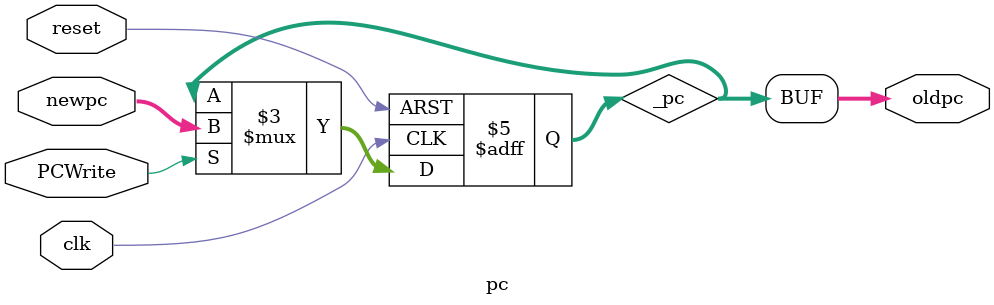
<source format=v>
module pc(
    input [31:0] newpc,
    input clk,
    input reset,
    input PCWrite,
    output [31:0] oldpc
    );
	reg [31:0] _pc;
	
	always@(posedge clk or posedge reset)
	begin
		if(reset) _pc <= 32'h00003000;
		else if(PCWrite==1)
			_pc  <= newpc;
	end
	
	assign oldpc = _pc;
	
endmodule

</source>
